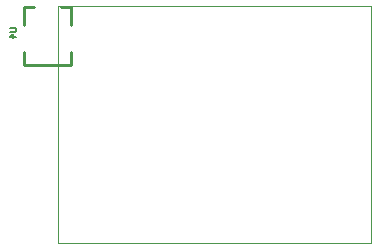
<source format=gbo>
G04 Layer_Color=32896*
%FSAX24Y24*%
%MOIN*%
G70*
G01*
G75*
%ADD18C,0.0100*%
%ADD30C,0.0020*%
%ADD31C,0.0060*%
D18*
X002109Y007313D02*
Y007903D01*
Y005973D02*
Y006403D01*
X003686Y007313D02*
Y007903D01*
Y005973D02*
Y006403D01*
X002109Y005973D02*
X003686D01*
X003336Y007903D02*
X003686D01*
X002109D02*
X002463D01*
D30*
X003250Y000050D02*
Y007950D01*
X013700Y000050D02*
Y007950D01*
X003250D02*
X013700D01*
X003250Y000050D02*
X013700D01*
D31*
X001650Y007200D02*
X001817D01*
X001850Y007167D01*
Y007100D01*
X001817Y007067D01*
X001650D01*
X001850Y006900D02*
X001650D01*
X001750Y007000D01*
Y006867D01*
M02*

</source>
